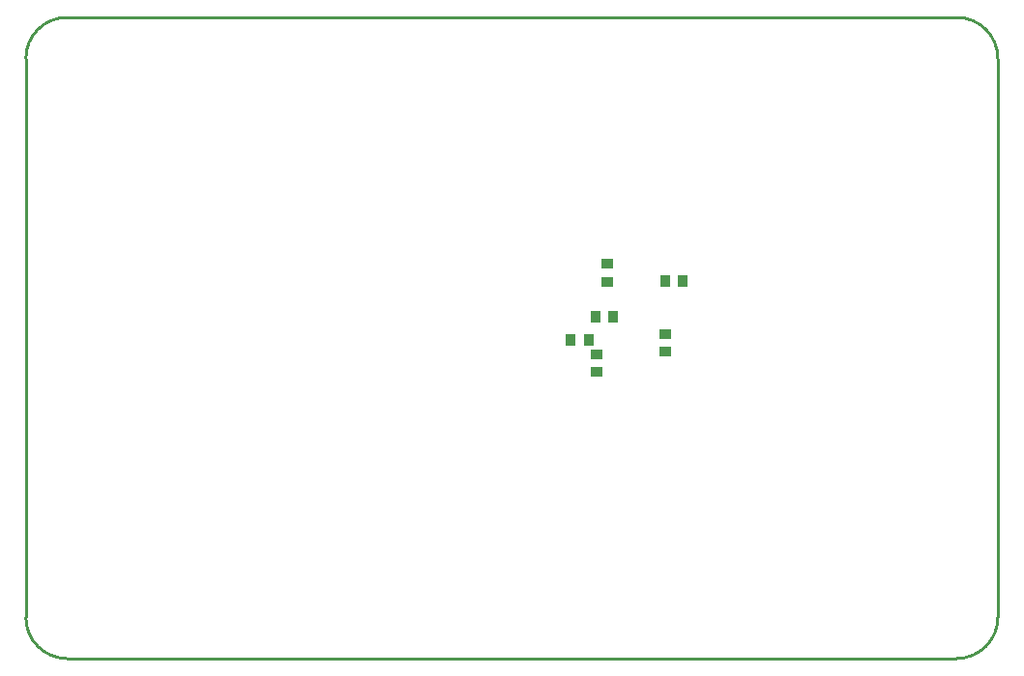
<source format=gbp>
G04*
G04 #@! TF.GenerationSoftware,Altium Limited,Altium Designer,22.0.2 (36)*
G04*
G04 Layer_Color=128*
%FSLAX25Y25*%
%MOIN*%
G70*
G04*
G04 #@! TF.SameCoordinates,A6D4CE7A-EFCD-4D6A-9A72-3AB9F5591AE9*
G04*
G04*
G04 #@! TF.FilePolarity,Positive*
G04*
G01*
G75*
%ADD16C,0.01000*%
%ADD21R,0.03661X0.03858*%
%ADD44R,0.03858X0.03661*%
D16*
X351500Y54398D02*
G03*
X365673Y68571I0J14173D01*
G01*
Y261500D02*
G03*
X351500Y275673I-14173J0D01*
G01*
X30579Y68571D02*
G03*
X44752Y54398I14173J0D01*
G01*
Y275658D02*
G03*
X30579Y261484I0J-14173D01*
G01*
X44752Y275658D02*
X351500D01*
X365673Y68571D02*
Y261500D01*
X44752Y54398D02*
X351500D01*
X30579Y68571D02*
Y261484D01*
D21*
X233032Y172306D02*
D03*
X226969D02*
D03*
X224563Y164432D02*
D03*
X218500D02*
D03*
X257063Y184598D02*
D03*
X251000D02*
D03*
D44*
X231173Y190563D02*
D03*
Y184500D02*
D03*
X250902Y160437D02*
D03*
Y166500D02*
D03*
X227500Y153437D02*
D03*
Y159500D02*
D03*
M02*

</source>
